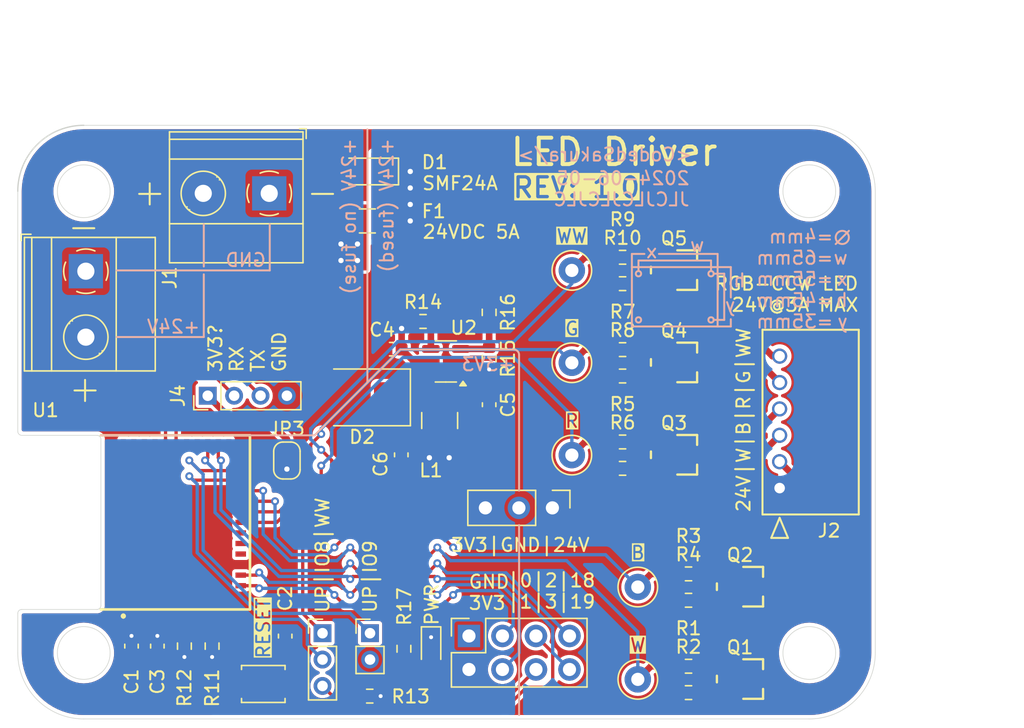
<source format=kicad_pcb>
(kicad_pcb (version 20240108) (generator "pcbnew") (generator_version "8.0")
  (layers (0 "F.Cu" power) (31 "B.Cu" power) (34 "B.Paste" user) (35 "F.Paste" user) (36 "B.SilkS" user "B.Silkscreen") (37 "F.SilkS" user "F.Silkscreen") (38 "B.Mask" user) (39 "F.Mask" user) (44 "Edge.Cuts" user))
  (net 0 "")
  (net 1 "GND")
  (net 2 "VCC")
  (net 3 "Net-(D2-K)")
  (net 4 "Net-(U2-BST)")
  (net 5 "+3.3V")
  (net 6 "Net-(U1-EN)")
  (net 7 "/W")
  (net 8 "/B")
  (net 9 "/R")
  (net 10 "/WW")
  (net 11 "/G")
  (net 12 "Net-(Q1-G)")
  (net 13 "Net-(Q2-G)")
  (net 14 "Net-(Q3-G)")
  (net 15 "Net-(Q4-G)")
  (net 16 "Net-(Q5-G)")
  (net 17 "Net-(U2-EN)")
  (net 18 "Net-(U2-FB)")
  (net 19 "Net-(D3-A)")
  (net 20 "/RX")
  (net 21 "/TX")
  (net 22 "/PWM_W")
  (net 23 "/PWM_B")
  (net 24 "/PWM_R")
  (net 25 "/PWM_G")
  (net 26 "/PWM_WW")
  (net 27 "/IO9")
  (net 28 "Net-(J1-Pin_2)")
  (net 29 "Net-(JP2-C)")
  (net 30 "/IO2")
  (net 31 "/IO0")
  (net 32 "/IO3")
  (net 33 "/IO19")
  (net 34 "/IO18")
  (net 35 "/IO1")
  (net 37 "Net-(JP2-B)")
  (net 38 "Net-(J4-Pin_1)")
  (footprint "Connector_PinSocket_2.54mm:PinSocket_2x04_P2.54mm_Vertical" (layer "F.Cu") (at 129.005 91.285 90)
    (property "Reference" "J3" (hide yes))
    (property "Value" "Conn_Aux")
  )
  (footprint "Capacitor_SMD:C_0603_1608Metric" (layer "F.Cu") (at 123.875 77.555 -90)
    (property "Reference" "C6")
    (property "Value" "22uF")
  )
  (footprint "TerminalBlock_Phoenix:TerminalBlock_Phoenix_MKDS-1,5-2_1x02_P5.00mm_Horizontal" (layer "F.Cu") (at 113.865 57.735 180)
    (property "Reference" "J1" (hide yes))
    (property "Value" "Conn_VCC")
  )
  (footprint "Resistor_SMD:R_0603_1608Metric" (layer "F.Cu") (at 140.65 64.58 180)
    (property "Reference" "R10")
    (property "Value" "10K")
  )
  (footprint "Resistor_SMD:R_0603_1608Metric" (layer "F.Cu") (at 125.525 67.445 180)
    (property "Reference" "R14")
    (property "Value" "100K")
  )
  (footprint "TestPoint:TestPoint_Loop_D2.50mm_Drill1.0mm" (layer "F.Cu") (at 136.805 77.575)
    (property "Reference" "TP3" (hide yes))
    (property "Value" "PWM_R")
  )
  (footprint "Resistor_SMD:R_0603_1608Metric" (layer "F.Cu") (at 107.435 92.055 90)
    (property "Reference" "R12")
    (property "Value" "100K")
  )
  (footprint "Resistor_SMD:R_0603_1608Metric" (layer "F.Cu") (at 145.65 86.58 180)
    (property "Reference" "R3")
    (property "Value" "100")
  )
  (footprint "Inductor_SMD:L_1210_3225Metric" (layer "F.Cu") (at 126.785 74.955 -90)
    (property "Reference" "L1")
    (property "Value" "4.7uH")
  )
  (footprint "Package_TO_SOT_SMD:TSOT-23-6" (layer "F.Cu") (at 127.255 70.475 180)
    (property "Reference" "U2")
    (property "Value" "MP2359")
  )
  (footprint "Button_Switch_SMD:SW_SPST_B3U-1000P" (layer "F.Cu") (at 113.415 94.925)
    (property "Reference" "SW1" (hide yes))
    (property "Value" "SW_Push")
  )
  (footprint "Capacitor_SMD:C_0603_1608Metric" (layer "F.Cu") (at 103.425 92.055 90)
    (property "Reference" "C1")
    (property "Value" "10uF")
  )
  (footprint "TestPoint:TestPoint_Loop_D2.50mm_Drill1.0mm" (layer "F.Cu") (at 136.805 70.575)
    (property "Reference" "TP4" (hide yes))
    (property "Value" "PWM_G")
  )
  (footprint "Capacitor_SMD:C_0603_1608Metric" (layer "F.Cu") (at 130.535 73.755 -90)
    (property "Reference" "C5")
    (property "Value" "10nF")
  )
  (footprint "Custom:SOT-23" (layer "F.Cu") (at 144.55 63.55)
    (property "Reference" "Q5")
    (property "Value" "ZXMN3A01F")
  )
  (footprint "TerminalBlock_Phoenix:TerminalBlock_Phoenix_MKDS-1,5-2_1x02_P5.00mm_Horizontal" (layer "F.Cu") (at 99.965 63.635 -90)
    (property "Reference" "J1")
    (property "Value" "Conn_VCC")
  )
  (footprint "Resistor_SMD:R_0603_1608Metric" (layer "F.Cu") (at 121.485 95.845 180)
    (property "Reference" "R13")
    (property "Value" "4.7K")
  )
  (footprint "Resistor_SMD:R_0603_1608Metric" (layer "F.Cu") (at 130.535 66.755 -90)
    (property "Reference" "R16")
    (property "Value" "16.2K")
  )
  (footprint "Custom:SOT-23" (layer "F.Cu") (at 144.55 70.55)
    (property "Reference" "Q4")
    (property "Value" "ZXMN3A01F")
  )
  (footprint "Connector_PinHeader_2.00mm:PinHeader_1x04_P2.00mm_Vertical" (layer "F.Cu") (at 109.205 73.075 90)
    (property "Reference" "J4")
    (property "Value" "Conn_UART")
  )
  (footprint "TestPoint:TestPoint_Loop_D2.50mm_Drill1.0mm" (layer "F.Cu") (at 141.805 94.575)
    (property "Reference" "TP1" (hide yes))
    (property "Value" "PWM_W")
  )
  (footprint "Resistor_SMD:R_0603_1608Metric" (layer "F.Cu") (at 140.65 62.58 180)
    (property "Reference" "R9")
    (property "Value" "100")
  )
  (footprint "Capacitor_SMD:C_0603_1608Metric" (layer "F.Cu") (at 105.385 92.055 90)
    (property "Reference" "C3")
    (property "Value" "0.1uF")
  )
  (footprint "Custom:SOT-23" (layer "F.Cu") (at 144.55 77.55)
    (property "Reference" "Q3")
    (property "Value" "ZXMN3A01F")
  )
  (footprint "Resistor_SMD:R_0603_1608Metric" (layer "F.Cu") (at 140.65 71.58 180)
    (property "Reference" "R8")
    (property "Value" "10K")
  )
  (footprint "Jumper:SolderJumper-2_P1.3mm_Open_RoundedPad1.0x1.5mm" (layer "F.Cu") (at 115.205 77.985 90)
    (property "Reference" "JP3")
    (property "Value" "SolderJumper_2_Open")
  )
  (footprint "Resistor_SMD:R_0603_1608Metric" (layer "F.Cu") (at 140.65 78.58 180)
    (property "Reference" "R6")
    (property "Value" "10K")
  )
  (footprint "Resistor_SMD:R_0603_1608Metric" (layer "F.Cu") (at 130.535 70.255 -90)
    (property "Reference" "R15")
    (property "Value" "49.9K")
  )
  (footprint "TestPoint:TestPoint_Loop_D2.50mm_Drill1.0mm" (layer "F.Cu") (at 141.805 87.575)
    (property "Reference" "TP2" (hide yes))
    (property "Value" "PWM_B")
  )
  (footprint "Capacitor_SMD:C_0603_1608Metric" (layer "F.Cu") (at 115.075 91.295 -90)
    (property "Reference" "C2")
    (property "Value" "0.1uF")
  )
  (footprint "Capacitor_SMD:C_0603_1608Metric" (layer "F.Cu") (at 123.125 69.545 180)
    (property "Reference" "C4")
    (property "Value" "10uF")
  )
  (footprint "Fuse:Fuse_1206_3216Metric_Pad1.42x1.75mm_HandSolder" (layer "F.Cu") (at 121.305 59.825 180)
    (property "Reference" "F1")
    (property "Value" "24VDC 5A")
  )
  (footprint "Connector_PinHeader_2.00mm:PinHeader_1x02_P2.00mm_Vertical" (layer "F.Cu") (at 121.505 91.075)
    (property "Reference" "JP1" (hide yes))
    (property "Value" "Boot Mode 1")
  )
  (footprint "Resistor_SMD:R_0603_1608Metric_Pad0.98x0.95mm_HandSolder" (layer "F.Cu") (at 124.075 92.255 -90)
    (property "Reference" "R17")
    (property "Value" "300")
  )
  (footprint "Diode_SMD:D_0603_1608Metric_Pad1.05x0.95mm_HandSolder" (layer "F.Cu") (at 126.135 92.255 -90)
    (property "Reference" "D3" (hide yes))
    (property "Value" "PWR_LED")
  )
  (footprint "Diode_SMD:D_SMF" (layer "F.Cu") (at 121.305 56.075 180)
    (property "Reference" "D1")
    (property "Value" "SMF24A")
  )
  (footprint "TestPoint:TestPoint_Loop_D2.50mm_Drill1.0mm" (layer "F.Cu") (at 136.805 63.575)
    (property "Reference" "TP5" (hide yes))
    (property "Value" "PWM_WW")
  )
  (footprint "Diode_SMD:D_SMB" (layer "F.Cu") (at 120.905 73.2 180)
    (property "Reference" "D2")
    (property "Value" "B230-13-F")
  )
  (footprint "Resistor_SMD:R_0603_1608Metric" (layer "F.Cu") (at 145.65 93.58 180)
    (property "Reference" "R1")
    (property "Value" "100")
  )
  (footprint "Connector_PinHeader_2.54mm:PinHeader_1x03_P2.54mm_Vertical" (layer "F.Cu") (at 135.33 81.575 -90)
    (property "Reference" "J5" (hide yes))
    (property "Value" "PWR_AUX")
  )
  (footprint "Resistor_SMD:R_0603_1608Metric" (layer "F.Cu") (at 145.65 95.58 180)
    (property "Reference" "R2")
    (property "Value" "10K")
  )
  (footprint "Custom:SOT-23" (layer "F.Cu") (at 149.55 94.55)
    (property "Reference" "Q1")
    (property "Value" "ZXMN3A01F")
  )
  (footprint "Resistor_SMD:R_0603_1608Metric" (layer "F.Cu") (at 140.65 69.58 180)
    (property "Reference" "R7")
    (property "Value" "100")
  )
  (footprint "Custom:SOT-23" (layer "F.Cu") (at 149.55 87.55)
    (property "Reference" "Q2")
    (property "Value" "ZXMN3A01F")
  )
  (footprint "Resistor_SMD:R_0603_1608Metric" (layer "F.Cu") (at 145.65 88.58 180)
    (property "Reference" "R4")
    (property "Value" "10K")
  )
  (footprint "Resistor_SMD:R_0603_1608Metric" (layer "F.Cu") (at 140.65 76.58 180)
    (property "Reference" "R5")
    (property "Value" "100")
  )
  (footprint "Resistor_SMD:R_0603_1608Metric" (layer "F.Cu") (at 109.535 92.055 90)
    (property "Reference" "R11")
    (property "Value" "10K")
  )
  (footprint "ESP32-C3-MINI-1-N4:ESP32C3MINI1N4" (layer "F.Cu") (at 106.805 82.675 90)
    (property "Reference" "U1")
    (property "Value" "ESP32-C3-MINI-1-N4" (hide yes))
  )
  (footprint "Connector_PinHeader_2.00mm:PinHeader_1x03_P2.00mm_Vertical" (layer "F.Cu") (at 117.905 91.075)
    (property "Reference" "JP2" (hide yes))
    (property "Value" "Boot Mode 2")
  )
  (footprint "footprints:CON_532540670_MOL" (layer "F.Cu") (at 152.554999 80.074986 90)
    (property "Reference" "J2")
    (property "Value" "Conn_LED" (hide yes))
  )
  (gr_line (start 147.855 63.325) (end 147.855 67.825) (stroke (width 0.15)) (layer "B.SilkS"))
  (gr_line (start 141.855 62.825) (end 147.355 62.825) (stroke (width 0.15)) (layer "B.SilkS"))
  (gr_line (start 148.855 67.275) (end 148.855 67.825) (stroke (width 0.15)) (layer "B.SilkS"))
  (gr_line (start 148.855 63.325) (end 148.855 65.625) (stroke (width 0.15)) (layer "B.SilkS"))
  (gr_line (start 147.855 63.325) (end 147.855 62.325) (stroke (width 0.15)) (layer "B.SilkS"))
  (gr_line (start 141.355 67.825) (end 141.355 63.325) (stroke (width 0.15)) (layer "B.SilkS"))
  (gr_circle (center 157.305 61.075) (end 157.805 61.075) (stroke (width 0.15)) (fill none) (layer "B.SilkS"))
  (gr_line (start 143.405 62.325) (end 147.855 62.325) (stroke (width 0.15)) (layer "B.SilkS"))
  (gr_line (start 141.355 62.325) (end 142.305 62.325) (stroke (width 0.15)) (layer "B.SilkS"))
  (gr_line (start 108.905 63.875) (end 108.905 68.625) (stroke (width 0.15)) (layer "B.SilkS"))
  (gr_line (start 147.855 67.825) (end 141.355 67.825) (stroke (width 0.15)) (layer "B.SilkS"))
  (gr_line (start 148.355 63.825) (end 147.555 63.825) (stroke (width 0.15)) (layer "B.SilkS"))
  (gr_circle (center 141.855 67.325) (end 142.055 67.325) (stroke (width 0.15)) (fill none) (layer "B.SilkS"))
  (gr_line (start 148.855 67.825) (end 147.855 67.825) (stroke (width 0.15)) (layer "B.SilkS"))
  (gr_line (start 147.855 63.325) (end 148.855 63.325) (stroke (width 0.15)) (layer "B.SilkS"))
  (gr_line (start 156.805 61.575) (end 157.805 60.575) (stroke (width 0.15)) (layer "B.SilkS"))
  (gr_circle (center 141.855 63.825) (end 142.055 63.825) (stroke (width 0.15)) (fill none) (layer "B.SilkS"))
  (gr_line (start 141.355 63.325) (end 147.855 63.325) (stroke (width 0.15)) (layer "B.SilkS"))
  (gr_line (start 108.905 60.075) (end 108.905 63.275) (stroke (width 0.15)) (layer "B.SilkS"))
  (gr_line (start 102.305 63.575) (end 113.905 63.575) (stroke (width 0.15)) (layer "B.SilkS"))
  (gr_line (start 141.355 63.325) (end 141.355 62.325) (stroke (width 0.15)) (layer "B.SilkS"))
  (gr_line (start 117.305 76.075) (end 121.305 72.075) (stroke (width 0.15)) (layer "B.SilkS"))
  (gr_line (start 108.905 68.625) (end 102.305 68.625) (stroke (width 0.15)) (layer "B.SilkS"))
  (gr_line (start 101.105 76.075) (end 117.305 76.075) (stroke (width 0.15)) (layer "B.SilkS"))
  (gr_line (start 147.555 67.325) (end 148.355 67.325) (stroke (width 0.15)) (layer "B.SilkS"))
  (gr_line (start 123.805 69.575) (end 132.505 69.575) (stroke (width 0.15)) (layer "B.SilkS"))
  (gr_line (start 141.855 62.825) (end 141.855 63.625) (stroke (width 0.15)) (layer "B.SilkS"))
  (gr_line (start 132.805 82.875) (end 132.805 97.275) (stroke (width 0.15)) (layer "B.SilkS"))
  (gr_line (start 132.805 69.975) (end 132.805 80.275) (stroke (width 0.15)) (layer "B.SilkS"))
  (gr_line (start 147.355 63.625) (end 147.355 62.825) (stroke (width 0.15)) (layer "B.SilkS"))
  (gr_circle (center 147.355 63.825) (end 147.555 63.825) (stroke (width 0.15)) (fill none) (layer "B.SilkS"))
  (gr_circle (center 147.355 67.325) (end 147.555 67.325) (stroke (width 0.15)) (fill none) (layer "B.SilkS"))
  (gr_line (start 113.905 63.575) (end 113.905 60.075) (stroke (width 0.15)) (layer "B.SilkS"))
  (gr_arc (start 132.405 69.575) (mid 132.687843 69.692157) (end 132.805 69.975) (stroke (width 0.15)) (layer "B.SilkS"))
  (gr_line (start 148.355 67.325) (end 148.355 63.825) (stroke (width 0.15)) (layer "B.SilkS"))
  (gr_line (start 121.305 72.075) (end 121.305 52.875) (stroke (width 0.15)) (layer "B.SilkS"))
  (gr_line (start 121.305 72.075) (end 123.805 69.575) (stroke (width 0.15)) (layer "B.SilkS"))
  (gr_line (start 99.905 73.475) (end 99.905 71.875) (stroke (width 0.15)) (layer "F.SilkS"))
  (gr_line (start 100.705 72.675) (end 99.105 72.675) (stroke (width 0.15)) (layer "F.SilkS"))
  (gr_line (start 104.805 58.575) (end 104.805 56.975) (stroke (width 0.15)) (layer "F.SilkS"))
  (gr_line (start 100.605 60.375) (end 99.005 60.375) (stroke (width 0.15)) (layer "F.SilkS"))
  (gr_line (start 118.705 57.775) (end 117.105 57.775) (stroke (width 0.15)) (layer "F.SilkS"))
  (gr_line (start 105.605 57.775) (end 104.005 57.775) (stroke (width 0.15)) (layer "F.SilkS"))
  (gr_arc (start 94.805 57.575) (mid 96.269466 54.039466) (end 99.805 52.575) (stroke (width 0.1)) (layer "Edge.Cuts"))
  (gr_line (start 100.805 76.075) (end 95.105 76.075) (stroke (width 0.05)) (layer "Edge.Cuts"))
  (gr_circle (center 154.805 57.575) (end 156.805 57.575) (stroke (width 0.05)) (fill none) (layer "Edge.Cuts"))
  (gr_line (start 95.105 89.275) (end 100.805 89.275) (stroke (width 0.05)) (layer "Edge.Cuts"))
  (gr_circle (center 154.805 92.575) (end 156.805 92.575) (stroke (width 0.05)) (fill none) (layer "Edge.Cuts"))
  (gr_line (start 101.105 88.975) (end 101.105 76.375) (stroke (width 0.05)) (layer "Edge.Cuts"))
  (gr_line (start 99.805 52.575) (end 154.805 52.575) (stroke (width 0.05)) (layer "Edge.Cuts"))
  (gr_arc (start 101.105 88.975) (mid 101.017132 89.187132) (end 100.805 89.275) (stroke (width 0.05)) (layer "Edge.Cuts"))
  (gr_circle (center 99.805 92.575) (end 101.805 92.575) (stroke (width 0.05)) (fill none) (layer "Edge.Cuts"))
  (gr_circle (center 99.805 57.575) (end 101.805 57.575) (stroke (width 0.05)) (fill none) (layer "Edge.Cuts"))
  (gr_line (start 94.805 75.775) (end 94.805 57.575) (stroke (width 0.05)) (layer "Edge.Cuts"))
  (gr_arc (start 95.105 76.075) (mid 94.892868 75.987132) (end 94.805 75.775) (stroke (width 0.05)) (layer "Edge.Cuts"))
  (gr_arc (start 100.805 76.075) (mid 101.017132 76.162868) (end 101.105 76.375) (stroke (width 0.05)) (layer "Edge.Cuts"))
  (gr_arc (start 159.805 92.575) (mid 158.340534 96.110534) (end 154.805 97.575) (stroke (width 0.05)) (layer "Edge.Cuts"))
  (gr_line (start 159.805 57.575) (end 159.805 92.575) (stroke (width 0.05)) (layer "Edge.Cuts"))
  (gr_arc (start 154.805 52.575) (mid 158.340534 54.039466) (end 159.805 57.575) (stroke (width 0.05)) (layer "Edge.Cuts"))
  (gr_arc (start 94.805 89.575) (mid 94.892868 89.362868) (end 95.105 89.275) (stroke (width 0.05)) (layer "Edge.Cuts"))
  (gr_arc (start 99.805 97.575) (mid 96.269466 96.110534) (end 94.805 92.575) (stroke (width 0.05)) (layer "Edge.Cuts"))
  (gr_line (start 94.805 92.575) (end 94.805 89.575) (stroke (width 0.05)) (layer "Edge.Cuts"))
  (gr_line (start 154.805 97.575) (end 99.805 97.575) (stroke (width 0.05)) (layer "Edge.Cuts"))
  (gr_text "+24V (no fuse)" (at 120.505 53.475 90) (layer "B.SilkS") (effects (font (size 1 1)) (justify left bottom mirror)))
  (gr_text "GND" (at 113.705 63.375 0) (layer "B.SilkS") (effects (font (size 1 1)) (justify left bottom mirror)))
  (gr_text "+24V (fused)" (at 123.355 53.475 90) (layer "B.SilkS") (effects (font (size 1 1)) (justify left bottom mirror)))
  (gr_text "JLCJLCJLCJLC" (at 145.805 58.7785 0) (layer "B.SilkS") (effects (font (size 1 1)) (justify left bottom mirror)))
  (gr_text "<CodedSakura/>" (at 146.005 55.3785 0) (layer "B.SilkS") (effects (font (size 1 1)) (justify left bottom mirror)))
  (gr_text "w\nx\nh\ny" (at 157.805 68.025 0) (layer "B.SilkS") (effects (font (size 1 1)) (justify left bottom mirror)))
  (gr_text "=4mm\n=65mm\n=55mm\n=45mm\n=35mm" (at 156.705 60.425 0) (layer "B.SilkS") (effects (font (size 1 1)) (justify left top mirror)))
  (gr_text "y" (at 148.805 66.775 0) (layer "B.SilkS") (effects (font (size 1 1)) (justify bottom mirror)))
  (gr_text "+24V" (at 108.705 68.425 0) (layer "B.SilkS") (effects (font (size 1 1)) (justify left bottom mirror)))
  (gr_text "h" (at 149.505 64.925 0) (layer "B.SilkS") (effects (font (size 1 1)) (justify bottom mirror)))
  (gr_text "2024-06-05" (at 145.805 57.1785 0) (layer "B.SilkS") (effects (font (size 1 1)) (justify left bottom mirror)))
  (gr_text "x" (at 142.855 62.725 0) (layer "B.SilkS") (effects (font (size 1 1)) (justify bottom mirror)))
  (gr_text "+3V3" (at 132.555 71.275 0) (layer "B.SilkS") (effects (font (size 1 1)) (justify left bottom mirror)))
  (gr_text "w" (at 146.305 62.225 0) (layer "B.SilkS") (effects (font (size 1 1)) (justify bottom mirror)))
  (gr_text "B" (at 141.805 85.575 0) (layer "F.SilkS" knockout) (effects (font (size 1 1)) (justify bottom)))
  (gr_text "24V|W|B|R|G|WW" (at 150.405 81.975 90) (layer "F.SilkS") (effects (font (size 1 1)) (justify left bottom)))
  (gr_text "3V3|GND|24V" (at 132.905 84.975 0) (layer "F.SilkS") (effects (font (size 1 1)) (justify bottom)))
  (gr_text "REV: 1.0" (at 132.205 58.175 0) (layer "F.SilkS" knockout) (effects (font (size 1.5 1.5) (thickness 0.25) (bold yes)) (justify left bottom)))
  (gr_text "GND\n3V3" (at 128.905 89.375 0) (layer "F.SilkS") (effects (font (size 1 1)) (justify left bottom)))
  (gr_text "R" (at 136.805 75.575 0) (layer "F.SilkS" knockout) (effects (font (size 1 1)) (justify bottom)))
  (gr_text "PWR" (at 126.77 90.57 90) (layer "F.SilkS") (effects (font (size 1 1)) (justify left bottom)))
  (gr_text "RESET" (at 114.005 93.075 90) (layer "F.SilkS" knockout) (effects (font (size 1 1)) (justify left bottom)))
  (gr_text "RGB-CCW LED\n24V@3A MAX" (at 158.605 66.775 0) (layer "F.SilkS") (effects (font (size 1 1)) (justify right bottom)))
  (gr_text "3V3?\nRX\nTX\nGND" (at 112.205 71.375 90) (layer "F.SilkS") (effects (font (size 1 1)) (justify left)))
  (gr_text "G" (at 136.805 68.575 0) (layer "F.SilkS" knockout) (effects (font (size 1 1)) (justify bottom)))
  (gr_text "UP|IO8|WW" (at 117.905 89.615 90) (layer "F.SilkS") (effects (font (size 1 1)) (justify left)))
  (gr_text "W" (at 141.805 92.575 0) (layer "F.SilkS" knockout) (effects (font (size 1 1)) (justify bottom)))
  (gr_text "WW" (at 136.805 61.575 0) (layer "F.SilkS" knockout) (effects (font (size 1 1)) (justify bottom)))
  (gr_text "|0|2|18\n|1|3|19" (at 131.805 89.275 0) (layer "F.SilkS") (effects (font (size 1 1)) (justify left bottom)))
  (gr_text "UP|IO9" (at 121.505 89.615 90) (layer "F.SilkS") (effects (font (size 1 1)) (justify left)))
  (gr_text "LED Driver" (at 132.005 55.775 0) (layer "F.SilkS") (effects (font (size 2 2) (thickness 0.3)) (justify left bottom)))
  (segment (start 124.7 67.445) (end 124.17 67.975) (width 0.5) (layer "F.Cu") (net 2))
  (segment (start 124.83 70.475) (end 123.9 69.545) (width 0.5) (layer "F.Cu") (net 2))
  (segment (start 126.1175 70.475) (end 124.83 70.475) (width 0.5) (layer "F.Cu") (net 2))
  (segment (start 124.17 67.975) (end 123.9 67.975) (width 0.5) (layer "F.Cu") (net 2))
  (segment (start 123.9 67.975) (end 123.9 69.545) (width 0.5) (layer "F.Cu") (net 2))
  (via (at 124.555 59.825) (size 0.8) (drill 0.4) (layers "F.Cu" "B.Cu") (net 2))
  (via (at 124.555 58.575) (size 0.8) (drill 0.4) (layers "F.Cu" "B.Cu") (net 2))
  (via (at 124.555 57.325) (size 0.8) (drill 0.4) (layers "F.Cu" "B.Cu") (net 2))
  (via (at 123.9 67.975) (size 0.8) (drill 0.4) (layers "F.Cu" "B.Cu") (net 2))
  (via (at 124.555 56.075) (size 0.8) (drill 0.4) (layers "F.Cu" "B.Cu") (net 2))
  (segment (start 126.785 73.555) (end 127.76 74.53) (width 0.5) (layer "F.Cu") (net 3))
  (segment (start 126.1175 71.425) (end 126.1175 72.8875) (width 0.5) (layer "F.Cu") (net 3))
  (segment (start 126.1175 72.8875) (end 126.785 73.555) (width 0.5) (layer "F.Cu") (net 3))
  (segment (start 127.76 74.53) (end 130.535 74.53) (width 0.5) (layer "F.Cu") (net 3))
  (segment (start 123.055 73.2) (end 126.43 73.2) (width 0.5) (layer "F.Cu") (net 3))
  (segment (start 126.43 73.2) (end 126.785 73.555) (width 0.5) (layer "F.Cu") (net 3))
  (segment (start 128.98 71.425) (end 130.535 72.98) (width 0.5) (layer "F.Cu") (net 4))
  (segment (start 128.3925 71.425) (end 128.98 71.425) (width 0.5) (layer "F.Cu") (net 4))
  (segment (start 123.875 76.78) (end 124.28 76.375) (width 0.5) (layer "F.Cu") (net 5))
  (segment (start 104.405 91.28) (end 104.405 88.575) (width 0.5) (layer "F.Cu") (net 5))
  (segment (start 124.28 76.375) (end 126.105 76.375) (width 0.5) (layer "F.Cu") (net 5))
  (segment (start 103.425 91.28) (end 105.385 91.28) (width 0.5) (layer "F.Cu") (net 5))
  (via (at 107.435 92.88) (size 0.6) (drill 0.3) (layers "F.Cu" "B.Cu") (net 5))
  (via (at 115.205 78.635) (size 0.8) (drill 0.4) (layers "F.Cu" "B.Cu") (net 5))
  (via (at 105.385 91.28) (size 0.6) (drill 0.3) (layers "F.Cu" "B.Cu") (net 5))
  (via (at 103.425 91.28) (size 0.6) (drill 0.3) (layers "F.Cu" "B.Cu") (net 5))
  (via (at 122.31 95.845) (size 0.6) (drill 0.3) (layers "F.Cu" "B.Cu") (net 5))
  (via (at 127.505 77.775) (size 0.8) (drill 0.4) (layers "F.Cu" "B.Cu") (net 5))
  (via (at 126.135 91.38) (size 0.6) (drill 0.3) (layers "F.Cu" "B.Cu") (net 5))
  (via (at 109.535 92.88) (size 0.6) (drill 0.3) (layers "F.Cu" "B.Cu") (net 5))
  (via (at 130.535 71.08) (size 0.6) (drill 0.3) (layers "F.Cu" "B.Cu") (net 5))
  (via (at 126.005 77.775) (size 0.8) (drill 0.4) (layers "F.Cu" "B.Cu") (net 5))
  (segment (start 114.64 91.575) (end 115.115 92.05) (width 0.25) (layer "F.Cu") (net 6))
  (segment (start 108.405 90.1) (end 109.535 91.23) (width 0.25) (layer "F.Cu") (net 6))
  (segment (start 115.115 92.05) (end 115.115 94.925) (width 0.25) (layer "F.Cu") (net 6))
  (segment (start 109.535 91.23) (end 109.88 91.575) (width 0.25) (layer "F.Cu") (net 6))
  (segment (start 109.88 91.575) (end 114.64 91.575) (width 0.25) (layer "F.Cu") (net 6))
  (segment (start 108.405 88.575) (end 108.405 90.1) (width 0.25) (layer "F.Cu") (net 6))
  (segment (start 153.805 79.324986) (end 152.554999 78.074985) (width 0.5) (layer "F.Cu") (net 7))
  (segment (start 150.4875 94.55) (end 150.4875 91.55) (width 0.5) (layer "F.Cu") (net 7))
  (segment (start 153.805 88.2325) (end 153.805 79.324986) (width 0.5) (layer "F.Cu") (net 7))
  (segment (start 150.4875 91.55) (end 153.805 88.2325) (width 0.5) (layer "F.Cu") (net 7))
  (segment (start 150.4875 87.55) (end 150.4875 78.142485) (width 0.5) (layer "F.Cu") (net 8))
  (segment (start 150.4875 78.142485) (end 152.554999 76.074986) (width 0.5) (layer "F.Cu") (net 8))
  (segment (start 145.4875 77.55) (end 149.079984 77.55) (width 0.5) (layer "F.Cu") (net 9))
  (segment (start 149.079984 77.55) (end 152.554999 74.074985) (width 0.5) (layer "F.Cu") (net 9))
  (segment (start 145.4875 63.55) (end 152.012486 70.074986) (width 0.5) (layer "F.Cu") (net 10))
  (segment (start 152.012486 70.074986) (end 152.554999 70.074986) (width 0.5) (layer "F.Cu") (net 10))
  (segment (start 151.030012 70.55) (end 152.554999 72.074987) (width 0.5) (layer "F.Cu") (net 11))
  (segment (start 145.4875 70.55) (end 151.030012 70.55) (width 0.5) (layer "F.Cu") (net 11))
  (segment (start 146.475 95.58) (end 146.475 93.58) (width 0.5) (layer "F.Cu") (net 12))
  (segment (start 148.6125 93.6) (end 146.495 93.6) (width 0.5) (layer "F.Cu") (net 12))
  (segment (start 146.495 93.6) (end 146.475 93.58) (width 0.5) (layer "F.Cu") (net 12))
  (segment (start 148.6125 86.6) (end 146.495 86.6) (width 0.5) (layer "F.Cu") (net 13))
  (segment (start 146.475 88.58) (end 146.475 86.58) (width 0.5) (layer "F.Cu") (net 13))
  (segment (start 146.495 86.6) (end 146.475 86.58) (width 0.5) (layer "F.Cu") (net 13))
  (segment (start 143.6125 76.6) (end 141.495 76.6) (width 0.5) (layer "F.Cu") (net 14))
  (segment (start 141.475 78.58) (end 141.475 76.58) (width 0.5) (layer "F.Cu") (net 14))
  (segment (start 141.495 76.6) (end 141.475 76.58) (width 0.5) (layer "F.Cu") (net 14))
  (segment (start 141.475 71.58) (end 141.475 69.58) (width 0.5) (layer "F.Cu") (net 15))
  (segment (start 143.6125 69.6) (end 141.495 69.6) (width 0.5) (layer "F.Cu") (net 15))
  (segment (start 141.495 69.6) (end 141.475 69.58) (width 0.5) (layer "F.Cu") (net 15))
  (segment (start 143.6125 62.6) (end 141.495 62.6) (width 0.5) (layer "F.Cu") (net 16))
  (segment (start 141.495 62.6) (end 141.475 62.58) (width 0.5) (layer "F.Cu") (net 16))
  (segment (start 141.475 64.58) (end 141.475 62.58) (width 0.5) (layer "F.Cu") (net 16))
  (segment (start 126.1175 67.6775) (end 126.1175 69.525) (width 0.5) (layer "F.Cu") (net 17))
  (segment (start 126.35 67.445) (end 126.1175 67.6775) (width 0.5) (layer "F.Cu") (net 17))
  (segment (start 128.3925 69.525) (end 130.44 69.525) (width 0.5) (layer "F.Cu") (net 18))
  (segment (start 130.44 69.525) (end 130.535 69.43) (width 0.5) (layer "F.Cu") (net 18))
  (segment (start 130.535 67.58) (end 130.535 69.43) (width 0.5) (layer "F.Cu") (net 18))
  (segment (start 126.0975 93.1675) (end 124.1625 93.1675) (width 0.5) (layer "F.Cu") (net 19))
  (segment (start 106.805 76.775) (end 106.805 72.475) (width 0.25) (layer "F.Cu") (net 20))
  (segment (start 107.705 71.575) (end 109.715 71.575) (width 0.25) (layer "F.Cu") (net 20))
  (segment (start 109.715 71.575) (end 111.255 73.115) (width 0.25) (layer "F.Cu") (net 20))
  (segment (start 106.805 72.475) (end 107.705 71.575) (width 0.25) (layer "F.Cu") (net 20))
  (segment (start 106.005 76.775) (end 106.005 72.475) (width 0.25) (layer "F.Cu") (net 21))
  (segment (start 107.405 71.075) (end 111.205 71.075) (width 0.25) (layer "F.Cu") (net 21))
  (segment (start 111.205 71.075) (end 113.205 73.075) (width 0.25) (layer "F.Cu") (net 21))
  (segment (start 106.005 72.475) (end 107.405 71.075) (width 0.25) (layer "F.Cu") (net 21))
  (segment (start 113.405 80.275) (end 111.705 80.275) (width 0.25) (layer "F.Cu") (net 22))
  (segment (start 125.605 85.575) (end 126.605 84.575) (width 0.25) (layer "F.Cu") (net 22))
  (segment (start 121.005 85.575) (end 125.605 85.575) (width 0.25) (layer "F.Cu") (net 22))
  (segment (start 120.005 84.575) (end 121.005 85.575) (width 0.25) (layer "F.Cu") (net 22))
  (segment (start 142.8 93.58) (end 144.825 93.58) (width 0.5) (layer "F.Cu") (net 22))
  (segment (start 141.805 94.575) (end 142.8 93.58) (width 0.5) (layer "F.Cu") (net 22))
  (via (at 113.405 80.275) (size 0.6) (drill 0.3) (layers "F.Cu" "B.Cu") (net 22))
  (via (at 120.005 84.575) (size 0.6) (drill 0.3) (layers "F.Cu" "B.Cu") (net 22))
  (via (at 126.605 84.575) (size 0.6) (drill 0.3) (layers "F.Cu" "B.Cu") (net 22))
  (segment (start 115.405 85.575) (end 113.405 83.575) (width 0.25) (layer "B.Cu") (net 22))
  (segment (start 113.405 83.575) (end 113.405 80.275) (width 0.25) (layer "B.Cu") (net 22))
  (segment (start 136.405 85.575) (end 141.805 90.975) (width 0.25) (layer "B.Cu") (net 22))
  (segment (start 127.605 85.575) (end 136.405 85.575) (width 0.25) (layer "B.Cu") (net 22))
  (segment (start 141.805 90.975) (end 141.805 94.575) (width 0.25) (layer "B.Cu") (net 22))
  (segment (start 126.605 84.575) (end 127.605 85.575) (width 0.25) (layer "B.Cu") (net 22))
  (segment (start 119.005 85.575) (end 115.405 85.575) (width 0.25) (layer "B.Cu") (net 22))
  (segment (start 120.005 84.575) (end 119.005 85.575) (width 0.25) (layer "B.Cu") (net 22))
  (segment (start 127.03 83.8) (end 127.805 84.575) (width 0.25) (layer "F.Cu") (net 23))
  (segment (start 126.283984 83.8) (end 127.03 83.8) (width 0.25) (layer "F.Cu") (net 23))
  (segment (start 111.705 81.075) (end 114.305 81.075) (width 0.25) (layer "F.Cu") (net 23))
  (segment (start 121.651016 85.125) (end 124.958984 85.125) (width 0.25) (layer "F.Cu") (net 23))
  (segment (start 141.805 87.575) (end 142.8 86.58) (width 0.5) (layer "F.Cu") (net 23))
  (segment (start 120.326016 83.8) (end 121.651016 85.125) (width 0.25) (layer "F.Cu") (net 23))
  (segment (start 142.8 86.58) (end 144.825 86.58) (width 0.5) (layer "F.Cu") (net 23))
  (segment (start 124.958984 85.125) (end 126.283984 83.8) (width 0.25) (layer "F.Cu") (net 23))
  (segment (start 118.805 84.575) (end 119.58 83.8) (width 0.25) (layer "F.Cu") (net 23))
  (segment (start 119.58 83.8) (end 120.326016 83.8) (width 0.25) (layer "F.Cu") (net 23))
  (via (at 114.305 81.075) (size 0.6) (drill 0.3) (layers "F.Cu" "B.Cu") (net 23))
  (via (at 118.805 84.575) (size 0.6) (drill 0.3) (layers "F.Cu" "B.Cu") (net 23))
  (via (at 127.805 84.575) (size 0.6) (drill 0.3) (layers "F.Cu" "B.Cu") (net 23))
  (segment (start 115.591396 85.125) (end 114.305 83.838604) (width 0.25) (layer "B.Cu") (net 23))
  (segment (start 118.255 85.125) (end 115.591396 85.125) (width 0.25) (layer "B.Cu") (net 23))
  (segment (start 139.355 85.125) (end 141.805 87.575) (width 0.25) (layer "B.Cu") (net 23))
  (segment (start 127.805 84.575) (end 128.355 85.125) (width 0.25) (layer "B.Cu") (net 23))
  (segment (start 118.805 84.575) (end 118.255 85.125) (width 0.25) (layer "B.Cu") (net 23))
  (segment (start 114.305 83.838604) (end 114.305 81.075) (width 0.25) (layer "B.Cu") (net 23))
  (segment (start 128.355 85.125) (end 139.355 85.125) (width 0.25) (layer "B.Cu") (net 23))
  (segment (start 117.805 78.375) (end 117.805 79.307412) (width 0.25) (layer "F.Cu") (net 24))
  (segment (start 137.8 76.58) (end 139.825 76.58) (width 0.5) (layer "F.Cu") (net 24))
  (segment (start 117.805 79.307412) (end 114.437412 82.675) (width 0.25) (layer "F.Cu") (net 24))
  (segment (start 136.805 77.575) (end 137.8 76.58) (width 0.5) (layer "F.Cu") (net 24))
  (segment (start 114.437412 82.675) (end 111.705 82.675) (width 0.25) (layer "F.Cu") (net 24))
  (via (at 117.805 78.375) (size 0.6) (drill 0.3) (layers "F.Cu" "B.Cu") (net 24))
  (segment (start 118.605 77.575) (end 118.605 75.575) (width 0.25) (layer "B.Cu") (net 24))
  (segment (start 124.005 70.175) (end 132.405 70.175) (width 0.25) (layer "B.Cu") (net 24))
  (segment (start 132.405 70.175) (end 136.805 74.575) (width 0.25) (layer "B.Cu") (net 24))
  (segment (start 117.805 78.375) (end 118.605 77.575) (width 0.25) (layer "B.Cu") (net 24))
  (segment (start 118.605 75.575) (end 124.005 70.175) (width 0.25) (layer "B.Cu") (net 24))
  (segment (start 136.805 74.575) (end 136.805 77.575) (width 0.25) (layer "B.Cu") (net 24))
  (segment (start 117.005 76.775) (end 117.005 79.471016) (width 0.25) (layer "F.Cu") (net 25))
  (segment (start 117.005 79.471016) (end 114.601016 81.875) (width 0.25) (layer "F.Cu") (net 25))
  (segment (start 137.8 69.58) (end 139.825 69.58) (width 0.5) (layer "F.Cu") (net 25))
  (segment (start 117.805 75.975) (end 117.005 76.775) (width 0.25) (layer "F.Cu") (net 25))
  (segment (start 136.805 70.575) (end 137.8 69.58) (width 0.5) (layer "F.Cu") (net 25))
  (segment (start 114.601016 81.875) (end 111.705 81.875) (width 0.25) (layer "F.Cu") (net 25))
  (via (at 117.805 75.975) (size 0.6) (drill 0.3) (layers "F.Cu" "B.Cu") (net 25))
  (segment (start 117.805 75.575) (end 123.805 69.575) (width 0.25) (layer "B.Cu") (net 25))
  (segment (start 117.805 75.975) (end 117.805 75.575) (width 0.25) (layer "B.Cu") (net 25))
  (segment (start 123.805 69.575) (end 135.805 69.575) (width 0.25) (layer "B.Cu") (net 25))
  (segment (start 135.805 69.575) (end 136.805 70.575) (width 0.25) (layer "B.Cu") (net 25))
  (segment (start 116.405 89.575) (end 117.905 91.075) (width 0.25) (layer "F.Cu") (net 26))
  (segment (start 118.605 77.975) (end 118.605 79.175) (width 0.25) (layer "F.Cu") (net 26))
  (segment (start 116.405 81.375) (end 116.405 89.575) (width 0.25) (layer "F.Cu") (net 26))
  (segment (start 118.605 79.175) (end 116.405 81.375) (width 0.25) (layer "F.Cu") (net 26))
  (segment (start 136.805 63.575) (end 137.8 62.58) (width 0.5) (layer "F.Cu") (net 26))
  (segment (start 117.805 77.175) (end 118.605 77.975) (width 0.25) (layer "F.Cu") (net 26))
  (segment (start 137.8 62.58) (end 139.825 62.58) (width 0.5) (layer "F.Cu") (net 26))
  (via (at 117.805 77.175) (size 0.6) (drill 0.3) (layers "F.Cu" "B.Cu") (net 26))
  (segment (start 117.805 77.175) (end 117.005 76.375) (width 0.25) (layer "B.Cu") (net 26))
  (segment (start 117.005 75.575) (end 123.605 68.975) (width 0.25) (layer "B.Cu") (net 26))
  (segment (start 123.605 68.975) (end 132.405 68.975) (width 0.25) (layer "B.Cu") (net 26))
  (segment (start 136.805 64.575) (end 136.805 63.575) (width 0.25) (layer "B.Cu") (net 26))
  (segment (start 132.405 68.975) (end 136.805 64.575) (width 0.25) (layer "B.Cu") (net 26))
  (segment (start 117.005 76.375) (end 117.005 75.575) (width 0.25) (layer "B.Cu") (net 26))
  (segment (start 111.63 78.75) (end 111.705 78.675) (width 0.25) (layer "F.Cu") (net 27))
  (segment (start 107.805 77.975) (end 108.58 78.75) (width 0.25) (layer "F.Cu") (net 27))
  (segment (start 108.58 78.75) (end 111.63 78.75) (width 0.25) (layer "F.Cu") (net 27))
  (via (at 107.805 77.975) (size 0.6) (drill 0.3) (layers "F.Cu" "B.Cu") (net 27))
  (segment (start 120.005 89.575) (end 121.505 91.075) (width 0.25) (layer "B.Cu") (net 27))
  (segment (start 113.641396 89.575) (end 120.005 89.575) (width 0.25) (layer "B.Cu") (net 27))
  (segment (start 108.855 79.025) (end 108.855 84.788604) (width 0.25) (layer "B.Cu") (net 27))
  (segment (start 108.855 84.788604) (end 113.641396 89.575) (width 0.25) (layer "B.Cu") (net 27))
  (segment (start 107.805 77.975) (end 108.855 79.025) (width 0.25) (layer "B.Cu") (net 27))
  (via (at 120.555 61.575) (size 0.8) (drill 0.4) (layers "F.Cu" "B.Cu") (net 28))
  (via (at 119.305 62.825) (size 0.8) (drill 0.4) (layers "F.Cu" "B.Cu") (net 28))
  (via (at 119.305 61.575) (size 0.8) (drill 0.4) (layers "F.Cu" "B.Cu") (net 28))
  (via (at 120.555 62.825) (size 0.8) (drill 0.4) (layers "F.Cu" "B.Cu") (net 28))
  (segment (start 107.805 79.175) (end 108.105 79.475) (width 0.25) (layer "F.Cu") (net 29))
  (segment (start 108.105 79.475) (end 111.705 79.475) (width 0.25) (layer "F.Cu") (net 29))
  (via (at 107.805 79.175) (size 0.6) (drill 0.3) (layers "F.Cu" "B.Cu") (net 29))
  (segment (start 108.405 79.775) (end 108.405 84.975) (width 0.25) (layer "B.Cu") (net 29))
  (segment (start 107.805 79.175) (end 108.405 79.775) (width 0.25) (layer "B.Cu") (net 29))
  (segment (start 116.155 90.025) (end 116.755 90.625) (width 0.25) (layer "B.Cu") (net 29))
  (segment (start 113.455 90.025) (end 116.155 90.025) (width 0.25) (layer "B.Cu") (net 29))
  (segment (start 116.755 90.625) (end 116.755 91.925) (width 0.25) (layer "B.Cu") (net 29))
  (segment (start 116.755 91.925) (end 117.905 93.075) (width 0.25) (layer "B.Cu") (net 29))
  (segment (start 108.405 84.975) (end 113.455 90.025) (width 0.25) (layer "B.Cu") (net 29))
  (segment (start 135.355 94.625) (end 135.355 92.555) (width 0.25) (layer "F.Cu") (net 30))
  (segment (start 106.635 92.03) (end 106.635 93.605) (width 0.25) (layer "F.Cu") (net 30))
  (segment (start 131.421396 97.125) (end 133.371396 95.175) (width 0.25) (layer "F.Cu") (net 30))
  (segment (start 133.371396 95.175) (end 134.805 95.175) (width 0.25) (layer "F.Cu") (net 30))
  (segment (start 110.155 97.125) (end 131.421396 97.125) (width 0.25) (layer "F.Cu") (net 30))
  (segment (start 134.805 95.175) (end 135.355 94.625) (width 0.25) (layer "F.Cu") (net 30))
  (segment (start 135.355 92.555) (end 134.085 91.285) (width 0.25) (layer "F.Cu") (net 30))
  (segment (start 106.005 89.8) (end 107.435 91.23) (width 0.25) (layer "F.Cu") (net 30))
  (segment (start 107.435 91.23) (end 106.635 92.03) (width 0.25) (layer "F.Cu") (net 30))
  (segment (start 106.635 93.605) (end 110.155 97.125) (width 0.25) (layer "F.Cu") (net 30))
  (segment (start 106.005 88.575) (end 106.005 89.8) (width 0.25) (layer "F.Cu") (net 30))
  (segment (start 120.326016 88.95) (end 121.601016 87.675) (width 0.25) (layer "F.Cu") (net 31))
  (segment (start 127.03 88.95) (end 127.805 88.175) (width 0.25) (layer "F.Cu") (net 31))
  (segment (start 119.58 88.95) (end 120.326016 88.95) (width 0.25) (layer "F.Cu") (net 31))
  (segment (start 121.601016 87.675) (end 125.008984 87.675) (width 0.25) (layer "F.Cu") (net 31))
  (segment (start 112.905 87.475) (end 111.705 87.475) (width 0.25) (layer "F.Cu") (net 31))
  (segment (start 126.283984 88.95) (end 127.03 88.95) (width 0.25) (layer "F.Cu") (net 31))
  (segment (start 118.805 88.175) (end 119.58 88.95) (width 0.25) (layer "F.Cu") (net 31))
  (segment (start 125.008984 87.675) (end 126.283984 88.95) (width 0.25) (layer "F.Cu") (net 31))
  (segment (start 113.105 87.675) (end 112.905 87.475) (width 0.25) (layer "F.Cu") (net 31))
  (via (at 113.105 87.675) (size 0.6) (drill 0.3) (layers "F.Cu" "B.Cu") (net 31))
  (via (at 118.805 88.175) (size 0.6) (drill 0.3) (layers "F.Cu" "B.Cu") (net 31))
  (via (at 127.805 88.175) (size 0.6) (drill 0.3) (layers "F.Cu" "B.Cu") (net 31))
  (segment (start 113.105 87.675) (end 118.305 87.675) (width 0.25) (layer "B.Cu") (net 31))
  (segment (start 128.13 87.85) (end 131.257208 87.85) (width 0.25) (layer "B.Cu") (net 31))
  (segment (start 132.355 90.475) (end 131.545 91.285) (width 0.25) (layer "B.Cu") (net 31))
  (segment (start 132.355 88.947792) (end 132.355 90.475) (width 0.25) (layer "B.Cu") (net 31))
  (segment (start 127.805 88.175) (end 128.13 87.85) (width 0.25) (layer "B.Cu") (net 31))
  (segment (start 118.305 87.675) (end 118.805 88.175) (width 0.25) (layer "B.Cu") (net 31))
  (segment (start 131.257208 87.85) (end 132.355 88.947792) (width 0.25) (layer "B.Cu") (net 31))
  (segment (start 131.235 96.675) (end 134.085 93.825) (width 0.25) (layer "F.Cu") (net 32))
  (segment (start 106.805 88.575) (end 106.805 89.376996) (width 0.25) (layer "F.Cu") (net 32))
  (segment (start 108.505 94.775) (end 110.405 96.675) (width 0.25) (layer "F.Cu") (net 32))
  (segment (start 106.805 89.376996) (end 108.505 91.076996) (width 0.25) (layer "F.Cu") (net 32))
  (segment (start 110.405 96.675) (end 131.235 96.675) (width 0.25) (layer "F.Cu") (net 32))
  (segment (start 108.505 91.076996) (end 108.505 94.775) (width 0.25) (layer "F.Cu") (net 32))
  (segment (start 120.005 86.975) (end 120.205 86.775) (width 0.25) (layer "F.Cu") (net 33))
  (segment (start 109.005 77.975) (end 109.205 77.775) (width 0.25) (layer "F.Cu") (net 33))
  (segment (start 109.205 77.775) (end 109.205 76.775) (width 0.25) (layer "F.Cu") (net 33))
  (segment (start 120.205 86.775) (end 126.405 86.775) (width 0.25) (layer "F.Cu") (net 33))
  (segment (start 126.405 86.775) (end 126.605 86.975) (width 0.25) (layer "F.Cu") (net 33))
  (via (at 109.005 77.975) (size 0.6) (drill 0.3) (layers "F.Cu" "B.Cu") (net 33))
  (via (at 126.605 86.975) (size 0.6) (drill 0.3) (layers "F.Cu" "B.Cu") (net 33))
  (via (at 120.005 86.975) (size 0.6) (drill 0.3) (layers "F.Cu" "B.Cu") (net 33))
  (segment (start 126.605 86.975) (end 126.63 86.95) (width 0.25) (layer "B.Cu") (net 33))
  (segment (start 114.605 86.775) (end 119.805 86.775) (width 0.25) (layer "B.Cu") (net 33))
  (segment (start 135.355 92.555) (end 136.625 93.825) (width 0.25) (layer "B.Cu") (net 33))
  (segment (start 135.355 90.675) (end 135.355 92.555) (width 0.25) (layer "B.Cu") (net 33))
  (segment (start 126.63 86.95) (end 131.63 86.95) (width 0.25) (layer "B.Cu") (net 33))
  (segment (start 119.805 86.775) (end 120.005 86.975) (width 0.25) (layer "B.Cu") (net 33))
  (segment (start 109.755 78.725) (end 109.755 81.925) (width 0.25) (layer "B.Cu") (net 33))
  (segment (start 131.63 86.95) (end 135.355 90.675) (width 0.25) (layer "B.Cu") (net 33))
  (segment (start 109.755 81.925) (end 114.605 86.775) (width 0.25) (layer "B.Cu") (net 33))
  (segment (start 109.005 77.975) (end 109.755 78.725) (width 0.25) (layer "B.Cu") (net 33))
  (segment (start 110.005 77.775) (end 110.205 77.975) (width 0.25) (layer "F.Cu") (net 34))
  (segment (start 120.555 86.325) (end 126.055 86.325) (width 0.25) (layer "F.Cu") (net 34))
  (segment (start 110.005 76.775) (end 110.005 77.775) (width 0.25) (layer "F.Cu") (net 34))
  (segment (start 126.055 86.325) (end 126.605 85.775) (width 0.25) (layer "F.Cu") (net 34))
  (segment (start 120.005 85.775) (end 120.555 86.325) (width 0.25) (layer "F.Cu") (net 34))
  (via (at 126.605 85.775) (size 0.6) (drill 0.3) (layers "F.Cu" "B.Cu") (net 34))
  (via (at 110.205 77.975) (size 0.6) (drill 0.3) (layers "F.Cu" "B.Cu") (net 34))
  (via (at 120.005 85.775) (size 0.6) (drill 0.3) (layers "F.Cu" "B.Cu") (net 34))
  (segment (start 114.791396 86.325) (end 110.205 81.738604) (width 0.25) (layer "B.Cu") (net 34))
  (segment (start 110.205 81.738604) (end 110.205 77.975) (width 0.25) (layer "B.Cu") (net 34))
  (segment (start 119.455 86.325) (end 114.791396 86.325) (width 0.25) (layer "B.Cu") (net 34))
  (segment (start 120.005 85.775) (end 119.455 86.325) (width 0.25) (layer "B.Cu") (net 34))
  (segment (start 127.33 86.5) (end 131.816396 86.5) (width 0.25) (layer "B.Cu") (net 34))
  (segment (start 136.601396 91.285) (end 136.625 91.285) (width 0.25) (layer "B.Cu") (net 34))
  (segment (start 131.816396 86.5) (end 136.601396 91.285) (width 0.25) (layer "B.Cu") (net 34))
  (segment (start 126.605 85.775) (end 127.33 86.5) (width 0.25) (layer "B.Cu") (net 34))
  (segment (start 120.005 88.175) (end 120.955 87.225) (width 0.25) (layer "F.Cu") (net 35))
  (segment (start 111.705 86.675) (end 112.905 86.675) (width 0.25) (layer "F.Cu") (net 35))
  (segment (start 125.655 87.225) (end 126.605 88.175) (width 0.25) (layer "F.Cu") (net 35))
  (segment (start 120.955 87.225) (end 125.655 87.225) (width 0.25) (layer "F.Cu") (net 35))
  (segment (start 112.905 86.675) (end 113.105 86.475) (width 0.25) (layer "F.Cu") (net 35))
  (via (at 120.005 88.175) (size 0.6) (drill 0.3) (layers "F.Cu" "B.Cu") (net 35))
  (via (at 126.605 88.175) (size 0.6) (drill 0.3) (layers "F.Cu" "B.Cu") (net 35))
  (via (at 113.105 86.475) (size 0.6) (drill 0.3) (layers "F.Cu" "B.Cu") (net 35))
  (segment (start 127.38 87.4) (end 131.443604 87.4) (width 0.25) (layer "B.Cu") (net 35))
  (segment (start 132.805 88.761396) (end 132.805 92.565) (width 0.25) (layer "B.Cu") (net 35))
  (segment (start 113.105 86.475) (end 113.855 87.225) (width 0.25) (layer "B.Cu") (net 35))
  (segment (start 131.443604 87.4) (end 132.805 88.761396) (width 0.25) (layer "B.Cu") (net 35))
  (segment (start 113.855 87.225) (end 119.055 87.225) (width 0.25) (layer "B.Cu") (net 35))
  (segment (start 126.605 88.175) (end 127.38 87.4) (width 0.25) (layer "B.Cu") (net 35))
  (segment (start 132.805 92.565) (end 131.545 93.825) (width 0.25) (layer "B.Cu") (net 35))
  (segment (start 119.055 87.225) (end 120.005 88.175) (width 0.25) (layer "B.Cu") (net 35))
  (segment (start 117.905 95.075) (end 118.675 95.845) (width 0.25) (layer "F.Cu") (net 37))
  (segment (start 118.675 95.845) (end 120.66 95.845) (width 0.25) (layer "F.Cu") (net 37))
  (segment (start 115.205 76.375) (end 115.205 77.335) (width 0.5) (layer "F.Cu") (net 38))
  (segment (start 111.205 75.075) (end 113.905 75.075) (width 0.5) (layer "F.Cu") (net 38))
  (segment (start 113.905 75.075) (end 115.205 76.375) (width 0.5) (layer "F.Cu") (net 38))
  (segment (start 109.205 73.075) (end 111.205 75.075) (width 0.5) (layer "F.Cu") (net 38))
  (zone (net 2) (net_name "VCC") (layer "F.Cu") (name "+3VV") (priority 2) (connect_pads yes (clearance 0.25)) (min_thickness 0.25) (fill yes (thermal_gap 0.5) (thermal_bridge_width 0.5))
    (polygon (pts (xy 121.605 54.575) (xy 125.305 54.575) (xy 125.305 61.325) (xy 121.605 61.325)))
  )
  (zone (net 1) (net_name "GND") (layer "F.Cu") (name "GND") (connect_pads yes (clearance 0.25)) (min_thickness 0.25) (fill yes (thermal_gap 0.5) (thermal_bridge_width 0.5))
    (polygon (pts (xy 94.555 52.325) (xy 160.055 52.325) (xy 160.055 97.825) (xy 94.555 97.825)))
  )
  (zone (net 5) (net_name "+3.3V") (layer "F.Cu") (name "+3VV") (priority 4) (connect_pads yes (clearance 0.25)) (min_thickness 0.25) (fill yes (thermal_gap 0.5) (thermal_bridge_width 0.5))
    (polygon (pts (xy 125.405 75.675) (xy 128.205 75.675) (xy 128.205 78.275) (xy 125.405 78.275)))
  )
  (zone (net 28) (net_name "Net-(J1-Pin_2)") (layer "F.Cu") (name "+3VV") (priority 1) (connect_pads yes (clearance 0.25)) (min_thickness 0.25) (fill yes (thermal_gap 0.5) (thermal_bridge_width 0.5))
    (polygon (pts (xy 118.555 58.575) (xy 121.305 58.575) (xy 121.305 63.575) (xy 118.555 63.575)))
  )
  (zone (net 28) (net_name "Net-(J1-Pin_2)") (layer "B.Cu") (name "+3VV") (priority 3) (connect_pads yes (clearance 0.5)) (min_thickness 0.25) (fill yes (thermal_gap 0.5) (thermal_bridge_width 0.5))
    (polygon (pts (xy 94.555 52.325) (xy 121.005 52.325) (xy 121.005 71.775) (xy 117.305 75.775) (xy 94.555 75.775)))
  )
  (zone (net 5) (net_name "+3.3V") (layer "B.Cu") (name "+3VV") (priority 5) (connect_pads yes (clearance 0.25)) (min_thickness 0.25) (fill yes (thermal_gap 0.5) (thermal_bridge_width 0.5))
    (polygon (pts (xy 94.555 76.375) (xy 117.005 76.375) (xy 121.305 72.075) (xy 124.105 69.275) (xy 132.505 69.275) (xy 132.505 97.825) (xy 94.555 97.825)))
  )
  (zone (net 2) (net_name "VCC") (layer "B.Cu") (name "+24V") (priority 1) (connect_pads yes (clearance 0.5)) (min_thickness 0.25) (fill yes (thermal_gap 0.5) (thermal_bridge_width 0.5))
    (polygon (pts (xy 121.605 52.325) (xy 160.055 52.325) (xy 160.055 97.825) (xy 133.105 97.825) (xy 133.105 69.275) (xy 124.105 69.275) (xy 121.605 72.075)))
  )
)
</source>
